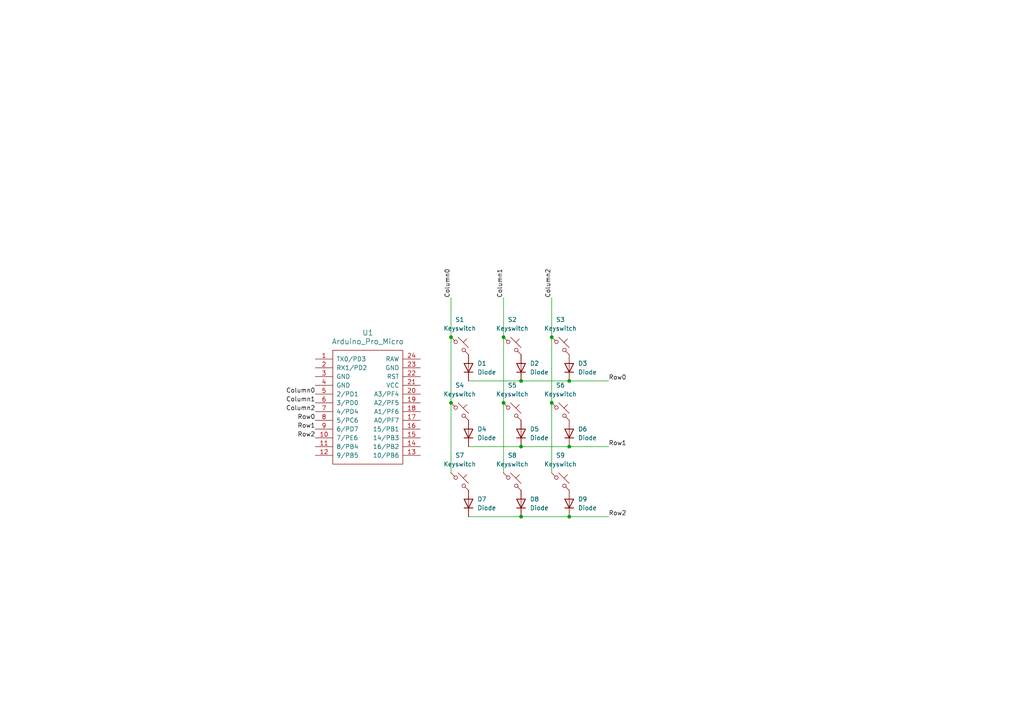
<source format=kicad_sch>
(kicad_sch (version 20230121) (generator eeschema)

  (uuid dbb9b74c-fc6c-436d-aeba-9e9b86c1ad03)

  (paper "A4")

  (lib_symbols
    (symbol "ScottoKeebs:MCU_Arduino_Pro_Micro" (pin_names (offset 1.016)) (in_bom yes) (on_board yes)
      (property "Reference" "U" (at 0 0 0)
        (effects (font (size 1.524 1.524)))
      )
      (property "Value" "Arduino_Pro_Micro" (at 0 -19.05 0)
        (effects (font (size 1.524 1.524)))
      )
      (property "Footprint" "ScottoKeebs_MCU:Arduino_Pro_Micro" (at 0 -22.86 0)
        (effects (font (size 1.524 1.524)) hide)
      )
      (property "Datasheet" "" (at 26.67 -63.5 90)
        (effects (font (size 1.524 1.524)) hide)
      )
      (symbol "MCU_Arduino_Pro_Micro_0_1"
        (rectangle (start -10.16 16.51) (end 10.16 -16.51)
          (stroke (width 0) (type solid))
          (fill (type none))
        )
      )
      (symbol "MCU_Arduino_Pro_Micro_1_1"
        (pin input line (at -15.24 13.97 0) (length 5.08)
          (name "TX0/PD3" (effects (font (size 1.27 1.27))))
          (number "1" (effects (font (size 1.27 1.27))))
        )
        (pin input line (at -15.24 -8.89 0) (length 5.08)
          (name "7/PE6" (effects (font (size 1.27 1.27))))
          (number "10" (effects (font (size 1.27 1.27))))
        )
        (pin input line (at -15.24 -11.43 0) (length 5.08)
          (name "8/PB4" (effects (font (size 1.27 1.27))))
          (number "11" (effects (font (size 1.27 1.27))))
        )
        (pin input line (at -15.24 -13.97 0) (length 5.08)
          (name "9/PB5" (effects (font (size 1.27 1.27))))
          (number "12" (effects (font (size 1.27 1.27))))
        )
        (pin input line (at 15.24 -13.97 180) (length 5.08)
          (name "10/PB6" (effects (font (size 1.27 1.27))))
          (number "13" (effects (font (size 1.27 1.27))))
        )
        (pin input line (at 15.24 -11.43 180) (length 5.08)
          (name "16/PB2" (effects (font (size 1.27 1.27))))
          (number "14" (effects (font (size 1.27 1.27))))
        )
        (pin input line (at 15.24 -8.89 180) (length 5.08)
          (name "14/PB3" (effects (font (size 1.27 1.27))))
          (number "15" (effects (font (size 1.27 1.27))))
        )
        (pin input line (at 15.24 -6.35 180) (length 5.08)
          (name "15/PB1" (effects (font (size 1.27 1.27))))
          (number "16" (effects (font (size 1.27 1.27))))
        )
        (pin input line (at 15.24 -3.81 180) (length 5.08)
          (name "A0/PF7" (effects (font (size 1.27 1.27))))
          (number "17" (effects (font (size 1.27 1.27))))
        )
        (pin input line (at 15.24 -1.27 180) (length 5.08)
          (name "A1/PF6" (effects (font (size 1.27 1.27))))
          (number "18" (effects (font (size 1.27 1.27))))
        )
        (pin input line (at 15.24 1.27 180) (length 5.08)
          (name "A2/PF5" (effects (font (size 1.27 1.27))))
          (number "19" (effects (font (size 1.27 1.27))))
        )
        (pin input line (at -15.24 11.43 0) (length 5.08)
          (name "RX1/PD2" (effects (font (size 1.27 1.27))))
          (number "2" (effects (font (size 1.27 1.27))))
        )
        (pin input line (at 15.24 3.81 180) (length 5.08)
          (name "A3/PF4" (effects (font (size 1.27 1.27))))
          (number "20" (effects (font (size 1.27 1.27))))
        )
        (pin input line (at 15.24 6.35 180) (length 5.08)
          (name "VCC" (effects (font (size 1.27 1.27))))
          (number "21" (effects (font (size 1.27 1.27))))
        )
        (pin input line (at 15.24 8.89 180) (length 5.08)
          (name "RST" (effects (font (size 1.27 1.27))))
          (number "22" (effects (font (size 1.27 1.27))))
        )
        (pin input line (at 15.24 11.43 180) (length 5.08)
          (name "GND" (effects (font (size 1.27 1.27))))
          (number "23" (effects (font (size 1.27 1.27))))
        )
        (pin input line (at 15.24 13.97 180) (length 5.08)
          (name "RAW" (effects (font (size 1.27 1.27))))
          (number "24" (effects (font (size 1.27 1.27))))
        )
        (pin input line (at -15.24 8.89 0) (length 5.08)
          (name "GND" (effects (font (size 1.27 1.27))))
          (number "3" (effects (font (size 1.27 1.27))))
        )
        (pin input line (at -15.24 6.35 0) (length 5.08)
          (name "GND" (effects (font (size 1.27 1.27))))
          (number "4" (effects (font (size 1.27 1.27))))
        )
        (pin input line (at -15.24 3.81 0) (length 5.08)
          (name "2/PD1" (effects (font (size 1.27 1.27))))
          (number "5" (effects (font (size 1.27 1.27))))
        )
        (pin input line (at -15.24 1.27 0) (length 5.08)
          (name "3/PD0" (effects (font (size 1.27 1.27))))
          (number "6" (effects (font (size 1.27 1.27))))
        )
        (pin input line (at -15.24 -1.27 0) (length 5.08)
          (name "4/PD4" (effects (font (size 1.27 1.27))))
          (number "7" (effects (font (size 1.27 1.27))))
        )
        (pin input line (at -15.24 -3.81 0) (length 5.08)
          (name "5/PC6" (effects (font (size 1.27 1.27))))
          (number "8" (effects (font (size 1.27 1.27))))
        )
        (pin input line (at -15.24 -6.35 0) (length 5.08)
          (name "6/PD7" (effects (font (size 1.27 1.27))))
          (number "9" (effects (font (size 1.27 1.27))))
        )
      )
    )
    (symbol "ScottoKeebs:Placeholder_Diode" (pin_numbers hide) (pin_names hide) (in_bom yes) (on_board yes)
      (property "Reference" "D" (at 0 2.54 0)
        (effects (font (size 1.27 1.27)))
      )
      (property "Value" "Diode" (at 0 -2.54 0)
        (effects (font (size 1.27 1.27)))
      )
      (property "Footprint" "" (at 0 0 0)
        (effects (font (size 1.27 1.27)) hide)
      )
      (property "Datasheet" "" (at 0 0 0)
        (effects (font (size 1.27 1.27)) hide)
      )
      (property "Sim.Device" "D" (at 0 0 0)
        (effects (font (size 1.27 1.27)) hide)
      )
      (property "Sim.Pins" "1=K 2=A" (at 0 0 0)
        (effects (font (size 1.27 1.27)) hide)
      )
      (property "ki_keywords" "diode" (at 0 0 0)
        (effects (font (size 1.27 1.27)) hide)
      )
      (property "ki_description" "1N4148 (DO-35) or 1N4148W (SOD-123)" (at 0 0 0)
        (effects (font (size 1.27 1.27)) hide)
      )
      (property "ki_fp_filters" "D*DO?35*" (at 0 0 0)
        (effects (font (size 1.27 1.27)) hide)
      )
      (symbol "Placeholder_Diode_0_1"
        (polyline
          (pts
            (xy -1.27 1.27)
            (xy -1.27 -1.27)
          )
          (stroke (width 0.254) (type default))
          (fill (type none))
        )
        (polyline
          (pts
            (xy 1.27 0)
            (xy -1.27 0)
          )
          (stroke (width 0) (type default))
          (fill (type none))
        )
        (polyline
          (pts
            (xy 1.27 1.27)
            (xy 1.27 -1.27)
            (xy -1.27 0)
            (xy 1.27 1.27)
          )
          (stroke (width 0.254) (type default))
          (fill (type none))
        )
      )
      (symbol "Placeholder_Diode_1_1"
        (pin passive line (at -3.81 0 0) (length 2.54)
          (name "K" (effects (font (size 1.27 1.27))))
          (number "1" (effects (font (size 1.27 1.27))))
        )
        (pin passive line (at 3.81 0 180) (length 2.54)
          (name "A" (effects (font (size 1.27 1.27))))
          (number "2" (effects (font (size 1.27 1.27))))
        )
      )
    )
    (symbol "ScottoKeebs:Placeholder_Keyswitch" (pin_numbers hide) (pin_names (offset 1.016) hide) (in_bom yes) (on_board yes)
      (property "Reference" "S" (at 3.048 1.016 0)
        (effects (font (size 1.27 1.27)) (justify left))
      )
      (property "Value" "Keyswitch" (at 0 -3.81 0)
        (effects (font (size 1.27 1.27)))
      )
      (property "Footprint" "" (at 0 0 0)
        (effects (font (size 1.27 1.27)) hide)
      )
      (property "Datasheet" "~" (at 0 0 0)
        (effects (font (size 1.27 1.27)) hide)
      )
      (property "ki_keywords" "switch normally-open pushbutton push-button" (at 0 0 0)
        (effects (font (size 1.27 1.27)) hide)
      )
      (property "ki_description" "Push button switch, normally open, two pins, 45° tilted" (at 0 0 0)
        (effects (font (size 1.27 1.27)) hide)
      )
      (symbol "Placeholder_Keyswitch_0_1"
        (circle (center -1.1684 1.1684) (radius 0.508)
          (stroke (width 0) (type default))
          (fill (type none))
        )
        (polyline
          (pts
            (xy -0.508 2.54)
            (xy 2.54 -0.508)
          )
          (stroke (width 0) (type default))
          (fill (type none))
        )
        (polyline
          (pts
            (xy 1.016 1.016)
            (xy 2.032 2.032)
          )
          (stroke (width 0) (type default))
          (fill (type none))
        )
        (polyline
          (pts
            (xy -2.54 2.54)
            (xy -1.524 1.524)
            (xy -1.524 1.524)
          )
          (stroke (width 0) (type default))
          (fill (type none))
        )
        (polyline
          (pts
            (xy 1.524 -1.524)
            (xy 2.54 -2.54)
            (xy 2.54 -2.54)
            (xy 2.54 -2.54)
          )
          (stroke (width 0) (type default))
          (fill (type none))
        )
        (circle (center 1.143 -1.1938) (radius 0.508)
          (stroke (width 0) (type default))
          (fill (type none))
        )
        (pin passive line (at -2.54 2.54 0) (length 0)
          (name "1" (effects (font (size 1.27 1.27))))
          (number "1" (effects (font (size 1.27 1.27))))
        )
        (pin passive line (at 2.54 -2.54 180) (length 0)
          (name "2" (effects (font (size 1.27 1.27))))
          (number "2" (effects (font (size 1.27 1.27))))
        )
      )
    )
  )

  (junction (at 146.05 116.84) (diameter 0) (color 0 0 0 0)
    (uuid 036acc85-1632-436c-b3ab-a360923ef6b4)
  )
  (junction (at 146.05 97.79) (diameter 0) (color 0 0 0 0)
    (uuid 0d2cf904-1263-4d5e-b1e3-557941bc19c8)
  )
  (junction (at 151.13 149.86) (diameter 0) (color 0 0 0 0)
    (uuid 2370193d-ce1b-4928-93c3-9520b090c08c)
  )
  (junction (at 151.13 129.54) (diameter 0) (color 0 0 0 0)
    (uuid 3fc022d5-6ff6-41fa-a0fe-3fded9aa2ce5)
  )
  (junction (at 160.02 116.84) (diameter 0) (color 0 0 0 0)
    (uuid 51f66292-a465-4272-85e9-4f9e9be89ebd)
  )
  (junction (at 130.81 116.84) (diameter 0) (color 0 0 0 0)
    (uuid 59a60104-2dce-4714-9028-e97b599f3ae2)
  )
  (junction (at 160.02 97.79) (diameter 0) (color 0 0 0 0)
    (uuid 72544c62-9a6c-4662-aff9-de0eab67140a)
  )
  (junction (at 165.1 149.86) (diameter 0) (color 0 0 0 0)
    (uuid 86f8bfde-7363-4e56-a120-2b23713efe3a)
  )
  (junction (at 165.1 129.54) (diameter 0) (color 0 0 0 0)
    (uuid cce5e0b4-59d5-4209-ac5f-c292393ed776)
  )
  (junction (at 151.13 110.49) (diameter 0) (color 0 0 0 0)
    (uuid df938e98-1a88-4014-a99b-29620bb55432)
  )
  (junction (at 165.1 110.49) (diameter 0) (color 0 0 0 0)
    (uuid eb44f872-28a1-46c8-b28d-9114358395a0)
  )
  (junction (at 130.81 97.79) (diameter 0) (color 0 0 0 0)
    (uuid fc71149c-65e4-450e-b015-2c905fdb02a3)
  )

  (wire (pts (xy 146.05 97.79) (xy 146.05 86.36))
    (stroke (width 0) (type default))
    (uuid 1cc23210-75a1-44cb-81ea-dfc8848bcd37)
  )
  (wire (pts (xy 135.89 129.54) (xy 151.13 129.54))
    (stroke (width 0) (type default))
    (uuid 21afe32a-2fa5-4c63-9cd4-c5ad719f0bbe)
  )
  (wire (pts (xy 146.05 97.79) (xy 146.05 116.84))
    (stroke (width 0) (type default))
    (uuid 3304a461-12e2-4573-a3af-875fdb593564)
  )
  (wire (pts (xy 130.81 116.84) (xy 130.81 137.16))
    (stroke (width 0) (type default))
    (uuid 3a2c9e6d-ca54-41a6-9972-a899a7320d35)
  )
  (wire (pts (xy 151.13 149.86) (xy 165.1 149.86))
    (stroke (width 0) (type default))
    (uuid 65cc37c5-1a35-4671-93d7-75a6f0072bb5)
  )
  (wire (pts (xy 151.13 129.54) (xy 165.1 129.54))
    (stroke (width 0) (type default))
    (uuid 6ebb2663-0ada-4876-b98d-cfa1e1b69860)
  )
  (wire (pts (xy 130.81 97.79) (xy 130.81 86.36))
    (stroke (width 0) (type default))
    (uuid 74f5429e-bd97-4385-b37c-44d7b0ad5be3)
  )
  (wire (pts (xy 160.02 116.84) (xy 160.02 137.16))
    (stroke (width 0) (type default))
    (uuid 895f1f39-aaa8-476a-95f7-8016095e85d7)
  )
  (wire (pts (xy 160.02 97.79) (xy 160.02 86.36))
    (stroke (width 0) (type default))
    (uuid 95488a30-8ed1-4d5f-b1db-a76a638b4ff6)
  )
  (wire (pts (xy 135.89 110.49) (xy 151.13 110.49))
    (stroke (width 0) (type default))
    (uuid 9c6dfad2-896a-4d72-8ae7-d78cc52aadcb)
  )
  (wire (pts (xy 165.1 129.54) (xy 176.53 129.54))
    (stroke (width 0) (type default))
    (uuid a608904c-f0c6-417c-8e0d-440ee579c5c7)
  )
  (wire (pts (xy 160.02 97.79) (xy 160.02 116.84))
    (stroke (width 0) (type default))
    (uuid a6a35bb4-8149-4083-8339-2433cc7378af)
  )
  (wire (pts (xy 165.1 149.86) (xy 176.53 149.86))
    (stroke (width 0) (type default))
    (uuid c83bf747-7af7-43a4-942a-36ecc03946f5)
  )
  (wire (pts (xy 146.05 116.84) (xy 146.05 137.16))
    (stroke (width 0) (type default))
    (uuid da2b510a-1bbd-4bd8-992c-d81fca90af98)
  )
  (wire (pts (xy 130.81 97.79) (xy 130.81 116.84))
    (stroke (width 0) (type default))
    (uuid db08eae4-96d3-46b0-a8c6-0e357eb74459)
  )
  (wire (pts (xy 135.89 149.86) (xy 151.13 149.86))
    (stroke (width 0) (type default))
    (uuid e5b34e70-ae1a-474a-b9f0-058eea676d98)
  )
  (wire (pts (xy 151.13 110.49) (xy 165.1 110.49))
    (stroke (width 0) (type default))
    (uuid e8d03d7b-09e5-4ad6-ab9b-5b1c5537614d)
  )
  (wire (pts (xy 165.1 110.49) (xy 176.53 110.49))
    (stroke (width 0) (type default))
    (uuid eb1af491-5c23-4a94-b638-a9c7991a51af)
  )

  (label "Row0" (at 176.53 110.49 0) (fields_autoplaced)
    (effects (font (size 1.27 1.27)) (justify left bottom))
    (uuid 15450740-53d5-4bde-83bf-6e6035516818)
  )
  (label "Row2" (at 176.53 149.86 0) (fields_autoplaced)
    (effects (font (size 1.27 1.27)) (justify left bottom))
    (uuid 1619afaa-8037-4e83-abb4-95fc15e6af60)
  )
  (label "Row1" (at 176.53 129.54 0) (fields_autoplaced)
    (effects (font (size 1.27 1.27)) (justify left bottom))
    (uuid 2830a569-c634-46a7-aab8-bbd35812894a)
  )
  (label "Row0" (at 91.44 121.92 180) (fields_autoplaced)
    (effects (font (size 1.27 1.27)) (justify right bottom))
    (uuid 32ce203e-a992-474d-97c4-f9c3b1930c7f)
  )
  (label "Column1" (at 91.44 116.84 180) (fields_autoplaced)
    (effects (font (size 1.27 1.27)) (justify right bottom))
    (uuid 691ccf22-9303-4823-a1f6-5fd165e87062)
  )
  (label "Row1" (at 91.44 124.46 180) (fields_autoplaced)
    (effects (font (size 1.27 1.27)) (justify right bottom))
    (uuid 81b5821a-4178-4e20-aa2d-7ec5a2703d89)
  )
  (label "Column2" (at 91.44 119.38 180) (fields_autoplaced)
    (effects (font (size 1.27 1.27)) (justify right bottom))
    (uuid 9012bb45-9686-41e3-8b4d-0abca1dcf935)
  )
  (label "Column0" (at 130.81 86.36 90) (fields_autoplaced)
    (effects (font (size 1.27 1.27)) (justify left bottom))
    (uuid 9dd1d32a-ad2d-402b-a2f2-600d79ac005e)
  )
  (label "Column0" (at 91.44 114.3 180) (fields_autoplaced)
    (effects (font (size 1.27 1.27)) (justify right bottom))
    (uuid c01da5ce-c5f3-45af-a58f-56a4774edd9d)
  )
  (label "Column2" (at 160.02 86.36 90) (fields_autoplaced)
    (effects (font (size 1.27 1.27)) (justify left bottom))
    (uuid efc9c2d9-5d23-469f-8d6f-d00f1a1c2360)
  )
  (label "Column1" (at 146.05 86.36 90) (fields_autoplaced)
    (effects (font (size 1.27 1.27)) (justify left bottom))
    (uuid f7085c56-011d-40ec-8fbe-0c236f7a11ce)
  )
  (label "Row2" (at 91.44 127 180) (fields_autoplaced)
    (effects (font (size 1.27 1.27)) (justify right bottom))
    (uuid fe0cb9bb-ab8c-4ee9-9179-abf4ca294223)
  )

  (symbol (lib_id "ScottoKeebs:Placeholder_Keyswitch") (at 162.56 119.38 0) (unit 1)
    (in_bom yes) (on_board yes) (dnp no) (fields_autoplaced)
    (uuid 03488527-89a5-4472-8597-37a1f1b9981a)
    (property "Reference" "S6" (at 162.56 111.76 0)
      (effects (font (size 1.27 1.27)))
    )
    (property "Value" "Keyswitch" (at 162.56 114.3 0)
      (effects (font (size 1.27 1.27)))
    )
    (property "Footprint" "ScottoKeebs_MX:MX_PCB_1.00u" (at 162.56 119.38 0)
      (effects (font (size 1.27 1.27)) hide)
    )
    (property "Datasheet" "~" (at 162.56 119.38 0)
      (effects (font (size 1.27 1.27)) hide)
    )
    (pin "1" (uuid 1d9914ad-aa10-4916-9a7e-ee4cafed3eb3))
    (pin "2" (uuid f85b625b-4172-4dab-8904-9b7e67af2e2f))
    (instances
      (project "KeyboardPractice"
        (path "/dbb9b74c-fc6c-436d-aeba-9e9b86c1ad03"
          (reference "S6") (unit 1)
        )
      )
    )
  )

  (symbol (lib_id "ScottoKeebs:Placeholder_Diode") (at 135.89 106.68 90) (unit 1)
    (in_bom yes) (on_board yes) (dnp no) (fields_autoplaced)
    (uuid 2d822eeb-ff97-48ef-a8b2-bacf32af0836)
    (property "Reference" "D1" (at 138.43 105.41 90)
      (effects (font (size 1.27 1.27)) (justify right))
    )
    (property "Value" "Diode" (at 138.43 107.95 90)
      (effects (font (size 1.27 1.27)) (justify right))
    )
    (property "Footprint" "ScottoKeebs_Components:Diode_DO-35" (at 135.89 106.68 0)
      (effects (font (size 1.27 1.27)) hide)
    )
    (property "Datasheet" "" (at 135.89 106.68 0)
      (effects (font (size 1.27 1.27)) hide)
    )
    (property "Sim.Device" "D" (at 135.89 106.68 0)
      (effects (font (size 1.27 1.27)) hide)
    )
    (property "Sim.Pins" "1=K 2=A" (at 135.89 106.68 0)
      (effects (font (size 1.27 1.27)) hide)
    )
    (pin "2" (uuid c92d7f4e-aef5-4cc8-9073-e60847efbef1))
    (pin "1" (uuid ed54dbe2-3bdb-4d44-b6ef-f3b26ed4487a))
    (instances
      (project "KeyboardPractice"
        (path "/dbb9b74c-fc6c-436d-aeba-9e9b86c1ad03"
          (reference "D1") (unit 1)
        )
      )
    )
  )

  (symbol (lib_id "ScottoKeebs:Placeholder_Keyswitch") (at 148.59 119.38 0) (unit 1)
    (in_bom yes) (on_board yes) (dnp no) (fields_autoplaced)
    (uuid 3237394a-0ab3-4438-9614-717d3536457d)
    (property "Reference" "S5" (at 148.59 111.76 0)
      (effects (font (size 1.27 1.27)))
    )
    (property "Value" "Keyswitch" (at 148.59 114.3 0)
      (effects (font (size 1.27 1.27)))
    )
    (property "Footprint" "ScottoKeebs_MX:MX_PCB_1.00u" (at 148.59 119.38 0)
      (effects (font (size 1.27 1.27)) hide)
    )
    (property "Datasheet" "~" (at 148.59 119.38 0)
      (effects (font (size 1.27 1.27)) hide)
    )
    (pin "1" (uuid 04aa91b4-0997-4946-b099-00172b872087))
    (pin "2" (uuid 2d152690-00c6-4909-af05-f640abb69822))
    (instances
      (project "KeyboardPractice"
        (path "/dbb9b74c-fc6c-436d-aeba-9e9b86c1ad03"
          (reference "S5") (unit 1)
        )
      )
    )
  )

  (symbol (lib_id "ScottoKeebs:Placeholder_Keyswitch") (at 162.56 100.33 0) (unit 1)
    (in_bom yes) (on_board yes) (dnp no) (fields_autoplaced)
    (uuid 35ce64a1-1801-4439-a640-cde870eff7b6)
    (property "Reference" "S3" (at 162.56 92.71 0)
      (effects (font (size 1.27 1.27)))
    )
    (property "Value" "Keyswitch" (at 162.56 95.25 0)
      (effects (font (size 1.27 1.27)))
    )
    (property "Footprint" "ScottoKeebs_MX:MX_PCB_1.00u" (at 162.56 100.33 0)
      (effects (font (size 1.27 1.27)) hide)
    )
    (property "Datasheet" "~" (at 162.56 100.33 0)
      (effects (font (size 1.27 1.27)) hide)
    )
    (pin "1" (uuid 52ef57d3-258f-4d3b-82bb-0644a0ea1db9))
    (pin "2" (uuid 3f7a4d0b-fd53-4be6-aa4a-c7adc05b37b0))
    (instances
      (project "KeyboardPractice"
        (path "/dbb9b74c-fc6c-436d-aeba-9e9b86c1ad03"
          (reference "S3") (unit 1)
        )
      )
    )
  )

  (symbol (lib_id "ScottoKeebs:Placeholder_Keyswitch") (at 133.35 139.7 0) (unit 1)
    (in_bom yes) (on_board yes) (dnp no) (fields_autoplaced)
    (uuid 3a617ef1-6a6c-4809-92d2-58d52874fb5f)
    (property "Reference" "S7" (at 133.35 132.08 0)
      (effects (font (size 1.27 1.27)))
    )
    (property "Value" "Keyswitch" (at 133.35 134.62 0)
      (effects (font (size 1.27 1.27)))
    )
    (property "Footprint" "ScottoKeebs_MX:MX_PCB_1.00u" (at 133.35 139.7 0)
      (effects (font (size 1.27 1.27)) hide)
    )
    (property "Datasheet" "~" (at 133.35 139.7 0)
      (effects (font (size 1.27 1.27)) hide)
    )
    (pin "1" (uuid 8ab1ce03-0aec-4f2b-a61f-b4627885a645))
    (pin "2" (uuid ff17c6ad-21aa-4a23-9005-47d0df883e3e))
    (instances
      (project "KeyboardPractice"
        (path "/dbb9b74c-fc6c-436d-aeba-9e9b86c1ad03"
          (reference "S7") (unit 1)
        )
      )
    )
  )

  (symbol (lib_id "ScottoKeebs:Placeholder_Keyswitch") (at 133.35 100.33 0) (unit 1)
    (in_bom yes) (on_board yes) (dnp no) (fields_autoplaced)
    (uuid 5106946e-fa7d-440c-aa6c-903757954c0a)
    (property "Reference" "S1" (at 133.35 92.71 0)
      (effects (font (size 1.27 1.27)))
    )
    (property "Value" "Keyswitch" (at 133.35 95.25 0)
      (effects (font (size 1.27 1.27)))
    )
    (property "Footprint" "ScottoKeebs_MX:MX_PCB_1.00u" (at 133.35 100.33 0)
      (effects (font (size 1.27 1.27)) hide)
    )
    (property "Datasheet" "~" (at 133.35 100.33 0)
      (effects (font (size 1.27 1.27)) hide)
    )
    (pin "1" (uuid 7a391e66-0510-40d9-bce6-f0002cd41ac4))
    (pin "2" (uuid be23a93b-d6d7-4c3c-85d5-a963ff8414f2))
    (instances
      (project "KeyboardPractice"
        (path "/dbb9b74c-fc6c-436d-aeba-9e9b86c1ad03"
          (reference "S1") (unit 1)
        )
      )
    )
  )

  (symbol (lib_id "ScottoKeebs:MCU_Arduino_Pro_Micro") (at 106.68 118.11 0) (unit 1)
    (in_bom yes) (on_board yes) (dnp no) (fields_autoplaced)
    (uuid 5bad60ee-4e04-4e8f-9d68-784b2352aad5)
    (property "Reference" "U1" (at 106.68 96.52 0)
      (effects (font (size 1.524 1.524)))
    )
    (property "Value" "Arduino_Pro_Micro" (at 106.68 99.06 0)
      (effects (font (size 1.524 1.524)))
    )
    (property "Footprint" "ScottoKeebs_MCU:Arduino_Pro_Micro" (at 106.68 140.97 0)
      (effects (font (size 1.524 1.524)) hide)
    )
    (property "Datasheet" "" (at 133.35 181.61 90)
      (effects (font (size 1.524 1.524)) hide)
    )
    (pin "4" (uuid fef21a1b-f34a-490d-97a8-86e510a978ea))
    (pin "15" (uuid 8cd1e534-37a8-4884-9bf1-5fcd7ff4819f))
    (pin "24" (uuid 8f098c2d-e5a5-44ce-9ad2-4e2356428d30))
    (pin "3" (uuid 55603441-e121-474b-a234-df0cf755574a))
    (pin "1" (uuid 10a14d1d-a373-47e8-b4b4-760b86f1018b))
    (pin "5" (uuid 4f1a1f03-f029-4013-a3fd-769a66f9b281))
    (pin "17" (uuid 928e4980-0e0c-477a-a44d-69244fb19bb8))
    (pin "6" (uuid 8cd08f63-c5e1-45e2-9ab5-475b3e5ec311))
    (pin "7" (uuid 34b6c9a3-6503-4ca0-a9da-f337d457968c))
    (pin "13" (uuid e677998d-2cf1-4839-a457-304d809d6c49))
    (pin "14" (uuid 903c82c3-cf6c-4df6-b080-2d2afcab6ca5))
    (pin "2" (uuid 77630f5c-0c7d-49ec-9ab0-7d473f085f02))
    (pin "11" (uuid e78f0669-818a-4664-b271-78c86ad653ae))
    (pin "10" (uuid 993f6cf1-badf-48da-90da-a8f7f4950ea4))
    (pin "18" (uuid 7e639d71-47ac-41ae-8ddd-b94969c9cc9f))
    (pin "19" (uuid 3dc1291d-d7e0-46f1-8862-03e8f894f752))
    (pin "21" (uuid a93b0553-70c4-4fbf-a368-11d890b80feb))
    (pin "12" (uuid cc8d19d7-d3b4-40ca-93ee-fa2904766e87))
    (pin "16" (uuid 20baf1ab-3310-4142-83fe-2d3a28497888))
    (pin "22" (uuid 4885ac46-a42a-4cd5-b9ba-14342f241c8a))
    (pin "23" (uuid 17b4daba-be20-495b-84d8-af958e389e21))
    (pin "20" (uuid 56dfdc60-6ed6-4030-9585-f9253c456c97))
    (pin "8" (uuid bd811c87-a44d-42a3-94ba-6e5d699bcbba))
    (pin "9" (uuid be8589b6-bdd5-4d13-ac70-9ac16d862e02))
    (instances
      (project "KeyboardPractice"
        (path "/dbb9b74c-fc6c-436d-aeba-9e9b86c1ad03"
          (reference "U1") (unit 1)
        )
      )
    )
  )

  (symbol (lib_id "ScottoKeebs:Placeholder_Diode") (at 151.13 106.68 90) (unit 1)
    (in_bom yes) (on_board yes) (dnp no) (fields_autoplaced)
    (uuid 5bada597-46ed-4d86-a525-a5eb1603d44b)
    (property "Reference" "D2" (at 153.67 105.41 90)
      (effects (font (size 1.27 1.27)) (justify right))
    )
    (property "Value" "Diode" (at 153.67 107.95 90)
      (effects (font (size 1.27 1.27)) (justify right))
    )
    (property "Footprint" "ScottoKeebs_Components:Diode_DO-35" (at 151.13 106.68 0)
      (effects (font (size 1.27 1.27)) hide)
    )
    (property "Datasheet" "" (at 151.13 106.68 0)
      (effects (font (size 1.27 1.27)) hide)
    )
    (property "Sim.Device" "D" (at 151.13 106.68 0)
      (effects (font (size 1.27 1.27)) hide)
    )
    (property "Sim.Pins" "1=K 2=A" (at 151.13 106.68 0)
      (effects (font (size 1.27 1.27)) hide)
    )
    (pin "2" (uuid f03c2ab1-4e4d-43ef-89b3-4ae0be551540))
    (pin "1" (uuid 3c27253b-0461-4e92-a394-769cd6922e43))
    (instances
      (project "KeyboardPractice"
        (path "/dbb9b74c-fc6c-436d-aeba-9e9b86c1ad03"
          (reference "D2") (unit 1)
        )
      )
    )
  )

  (symbol (lib_id "ScottoKeebs:Placeholder_Diode") (at 135.89 146.05 90) (unit 1)
    (in_bom yes) (on_board yes) (dnp no) (fields_autoplaced)
    (uuid 7ea395b5-fcf4-4d03-bbbb-b093051cc060)
    (property "Reference" "D7" (at 138.43 144.78 90)
      (effects (font (size 1.27 1.27)) (justify right))
    )
    (property "Value" "Diode" (at 138.43 147.32 90)
      (effects (font (size 1.27 1.27)) (justify right))
    )
    (property "Footprint" "ScottoKeebs_Components:Diode_DO-35" (at 135.89 146.05 0)
      (effects (font (size 1.27 1.27)) hide)
    )
    (property "Datasheet" "" (at 135.89 146.05 0)
      (effects (font (size 1.27 1.27)) hide)
    )
    (property "Sim.Device" "D" (at 135.89 146.05 0)
      (effects (font (size 1.27 1.27)) hide)
    )
    (property "Sim.Pins" "1=K 2=A" (at 135.89 146.05 0)
      (effects (font (size 1.27 1.27)) hide)
    )
    (pin "2" (uuid c9c4dc6c-0bb3-486f-a75c-5ca6498b76c8))
    (pin "1" (uuid 35d4dedb-672b-45b1-bb87-992a0f388699))
    (instances
      (project "KeyboardPractice"
        (path "/dbb9b74c-fc6c-436d-aeba-9e9b86c1ad03"
          (reference "D7") (unit 1)
        )
      )
    )
  )

  (symbol (lib_id "ScottoKeebs:Placeholder_Keyswitch") (at 133.35 119.38 0) (unit 1)
    (in_bom yes) (on_board yes) (dnp no) (fields_autoplaced)
    (uuid 82bd49ff-bb49-4da0-b2de-b446152dcc44)
    (property "Reference" "S4" (at 133.35 111.76 0)
      (effects (font (size 1.27 1.27)))
    )
    (property "Value" "Keyswitch" (at 133.35 114.3 0)
      (effects (font (size 1.27 1.27)))
    )
    (property "Footprint" "ScottoKeebs_MX:MX_PCB_1.00u" (at 133.35 119.38 0)
      (effects (font (size 1.27 1.27)) hide)
    )
    (property "Datasheet" "~" (at 133.35 119.38 0)
      (effects (font (size 1.27 1.27)) hide)
    )
    (pin "1" (uuid 28f83bd8-b9d9-4806-83ce-caa956bb62b4))
    (pin "2" (uuid abe05bbb-b48f-46d0-99c0-4366448860ac))
    (instances
      (project "KeyboardPractice"
        (path "/dbb9b74c-fc6c-436d-aeba-9e9b86c1ad03"
          (reference "S4") (unit 1)
        )
      )
    )
  )

  (symbol (lib_id "ScottoKeebs:Placeholder_Diode") (at 151.13 146.05 90) (unit 1)
    (in_bom yes) (on_board yes) (dnp no) (fields_autoplaced)
    (uuid 842d8092-fd68-48da-8f22-b8bd6b90130e)
    (property "Reference" "D8" (at 153.67 144.78 90)
      (effects (font (size 1.27 1.27)) (justify right))
    )
    (property "Value" "Diode" (at 153.67 147.32 90)
      (effects (font (size 1.27 1.27)) (justify right))
    )
    (property "Footprint" "ScottoKeebs_Components:Diode_DO-35" (at 151.13 146.05 0)
      (effects (font (size 1.27 1.27)) hide)
    )
    (property "Datasheet" "" (at 151.13 146.05 0)
      (effects (font (size 1.27 1.27)) hide)
    )
    (property "Sim.Device" "D" (at 151.13 146.05 0)
      (effects (font (size 1.27 1.27)) hide)
    )
    (property "Sim.Pins" "1=K 2=A" (at 151.13 146.05 0)
      (effects (font (size 1.27 1.27)) hide)
    )
    (pin "2" (uuid c0f02b8b-45c2-46f9-8e4e-d1064d747de7))
    (pin "1" (uuid 1fa72cc7-d491-41cc-b6e7-3fd3af817e78))
    (instances
      (project "KeyboardPractice"
        (path "/dbb9b74c-fc6c-436d-aeba-9e9b86c1ad03"
          (reference "D8") (unit 1)
        )
      )
    )
  )

  (symbol (lib_id "ScottoKeebs:Placeholder_Diode") (at 135.89 125.73 90) (unit 1)
    (in_bom yes) (on_board yes) (dnp no) (fields_autoplaced)
    (uuid 8c1a09eb-14ac-4432-ac2d-44fd7e9e463d)
    (property "Reference" "D4" (at 138.43 124.46 90)
      (effects (font (size 1.27 1.27)) (justify right))
    )
    (property "Value" "Diode" (at 138.43 127 90)
      (effects (font (size 1.27 1.27)) (justify right))
    )
    (property "Footprint" "ScottoKeebs_Components:Diode_DO-35" (at 135.89 125.73 0)
      (effects (font (size 1.27 1.27)) hide)
    )
    (property "Datasheet" "" (at 135.89 125.73 0)
      (effects (font (size 1.27 1.27)) hide)
    )
    (property "Sim.Device" "D" (at 135.89 125.73 0)
      (effects (font (size 1.27 1.27)) hide)
    )
    (property "Sim.Pins" "1=K 2=A" (at 135.89 125.73 0)
      (effects (font (size 1.27 1.27)) hide)
    )
    (pin "2" (uuid d5fec13e-473b-4b49-a7b9-d4b9be0da768))
    (pin "1" (uuid 0274939f-f806-4b9d-a35b-9f9a2a7621fc))
    (instances
      (project "KeyboardPractice"
        (path "/dbb9b74c-fc6c-436d-aeba-9e9b86c1ad03"
          (reference "D4") (unit 1)
        )
      )
    )
  )

  (symbol (lib_id "ScottoKeebs:Placeholder_Keyswitch") (at 148.59 100.33 0) (unit 1)
    (in_bom yes) (on_board yes) (dnp no) (fields_autoplaced)
    (uuid 924f6ea3-80f5-4210-a068-e77b7a155a72)
    (property "Reference" "S2" (at 148.59 92.71 0)
      (effects (font (size 1.27 1.27)))
    )
    (property "Value" "Keyswitch" (at 148.59 95.25 0)
      (effects (font (size 1.27 1.27)))
    )
    (property "Footprint" "ScottoKeebs_MX:MX_PCB_1.00u" (at 148.59 100.33 0)
      (effects (font (size 1.27 1.27)) hide)
    )
    (property "Datasheet" "~" (at 148.59 100.33 0)
      (effects (font (size 1.27 1.27)) hide)
    )
    (pin "1" (uuid 78c51570-49c9-4c9a-80db-67766531982c))
    (pin "2" (uuid 62e1e7ab-24d7-4842-8fe0-1af434f05ab6))
    (instances
      (project "KeyboardPractice"
        (path "/dbb9b74c-fc6c-436d-aeba-9e9b86c1ad03"
          (reference "S2") (unit 1)
        )
      )
    )
  )

  (symbol (lib_id "ScottoKeebs:Placeholder_Keyswitch") (at 148.59 139.7 0) (unit 1)
    (in_bom yes) (on_board yes) (dnp no) (fields_autoplaced)
    (uuid a992b9ff-06ef-40d1-917d-010d0c023ad3)
    (property "Reference" "S8" (at 148.59 132.08 0)
      (effects (font (size 1.27 1.27)))
    )
    (property "Value" "Keyswitch" (at 148.59 134.62 0)
      (effects (font (size 1.27 1.27)))
    )
    (property "Footprint" "ScottoKeebs_MX:MX_PCB_1.00u" (at 148.59 139.7 0)
      (effects (font (size 1.27 1.27)) hide)
    )
    (property "Datasheet" "~" (at 148.59 139.7 0)
      (effects (font (size 1.27 1.27)) hide)
    )
    (pin "1" (uuid e2191ee0-1526-403c-884f-245ed25ace8a))
    (pin "2" (uuid 85013044-ebe6-4bea-a5ea-c3d2fc1c2ec1))
    (instances
      (project "KeyboardPractice"
        (path "/dbb9b74c-fc6c-436d-aeba-9e9b86c1ad03"
          (reference "S8") (unit 1)
        )
      )
    )
  )

  (symbol (lib_id "ScottoKeebs:Placeholder_Diode") (at 165.1 106.68 90) (unit 1)
    (in_bom yes) (on_board yes) (dnp no) (fields_autoplaced)
    (uuid b99684fc-9bff-4369-8f6e-b3ec9a0c9b31)
    (property "Reference" "D3" (at 167.64 105.41 90)
      (effects (font (size 1.27 1.27)) (justify right))
    )
    (property "Value" "Diode" (at 167.64 107.95 90)
      (effects (font (size 1.27 1.27)) (justify right))
    )
    (property "Footprint" "ScottoKeebs_Components:Diode_DO-35" (at 165.1 106.68 0)
      (effects (font (size 1.27 1.27)) hide)
    )
    (property "Datasheet" "" (at 165.1 106.68 0)
      (effects (font (size 1.27 1.27)) hide)
    )
    (property "Sim.Device" "D" (at 165.1 106.68 0)
      (effects (font (size 1.27 1.27)) hide)
    )
    (property "Sim.Pins" "1=K 2=A" (at 165.1 106.68 0)
      (effects (font (size 1.27 1.27)) hide)
    )
    (pin "2" (uuid a1bc8813-1d55-4cd3-a3e2-623d66bbcf2a))
    (pin "1" (uuid 836c2aef-3bd7-4b7c-b8f7-0c0cc757221c))
    (instances
      (project "KeyboardPractice"
        (path "/dbb9b74c-fc6c-436d-aeba-9e9b86c1ad03"
          (reference "D3") (unit 1)
        )
      )
    )
  )

  (symbol (lib_id "ScottoKeebs:Placeholder_Diode") (at 151.13 125.73 90) (unit 1)
    (in_bom yes) (on_board yes) (dnp no) (fields_autoplaced)
    (uuid c49e6402-4f8f-4640-b368-8da626975e1d)
    (property "Reference" "D5" (at 153.67 124.46 90)
      (effects (font (size 1.27 1.27)) (justify right))
    )
    (property "Value" "Diode" (at 153.67 127 90)
      (effects (font (size 1.27 1.27)) (justify right))
    )
    (property "Footprint" "ScottoKeebs_Components:Diode_DO-35" (at 151.13 125.73 0)
      (effects (font (size 1.27 1.27)) hide)
    )
    (property "Datasheet" "" (at 151.13 125.73 0)
      (effects (font (size 1.27 1.27)) hide)
    )
    (property "Sim.Device" "D" (at 151.13 125.73 0)
      (effects (font (size 1.27 1.27)) hide)
    )
    (property "Sim.Pins" "1=K 2=A" (at 151.13 125.73 0)
      (effects (font (size 1.27 1.27)) hide)
    )
    (pin "2" (uuid 4b161a74-fc6e-479f-af7e-1fd97607e972))
    (pin "1" (uuid 9711abd5-c059-4863-89fd-662516f6ba4c))
    (instances
      (project "KeyboardPractice"
        (path "/dbb9b74c-fc6c-436d-aeba-9e9b86c1ad03"
          (reference "D5") (unit 1)
        )
      )
    )
  )

  (symbol (lib_id "ScottoKeebs:Placeholder_Diode") (at 165.1 146.05 90) (unit 1)
    (in_bom yes) (on_board yes) (dnp no) (fields_autoplaced)
    (uuid d86a249d-4b9c-4d07-8784-46d3f2cf51f1)
    (property "Reference" "D9" (at 167.64 144.78 90)
      (effects (font (size 1.27 1.27)) (justify right))
    )
    (property "Value" "Diode" (at 167.64 147.32 90)
      (effects (font (size 1.27 1.27)) (justify right))
    )
    (property "Footprint" "ScottoKeebs_Components:Diode_DO-35" (at 165.1 146.05 0)
      (effects (font (size 1.27 1.27)) hide)
    )
    (property "Datasheet" "" (at 165.1 146.05 0)
      (effects (font (size 1.27 1.27)) hide)
    )
    (property "Sim.Device" "D" (at 165.1 146.05 0)
      (effects (font (size 1.27 1.27)) hide)
    )
    (property "Sim.Pins" "1=K 2=A" (at 165.1 146.05 0)
      (effects (font (size 1.27 1.27)) hide)
    )
    (pin "2" (uuid 7027adc4-7dae-4de4-a97a-0a20e849e583))
    (pin "1" (uuid 17eaaed9-b2dc-4085-90f9-b628f94b629a))
    (instances
      (project "KeyboardPractice"
        (path "/dbb9b74c-fc6c-436d-aeba-9e9b86c1ad03"
          (reference "D9") (unit 1)
        )
      )
    )
  )

  (symbol (lib_id "ScottoKeebs:Placeholder_Keyswitch") (at 162.56 139.7 0) (unit 1)
    (in_bom yes) (on_board yes) (dnp no) (fields_autoplaced)
    (uuid def414fc-ebc2-4ad4-b356-5aacaa955f1c)
    (property "Reference" "S9" (at 162.56 132.08 0)
      (effects (font (size 1.27 1.27)))
    )
    (property "Value" "Keyswitch" (at 162.56 134.62 0)
      (effects (font (size 1.27 1.27)))
    )
    (property "Footprint" "ScottoKeebs_MX:MX_PCB_1.00u" (at 162.56 139.7 0)
      (effects (font (size 1.27 1.27)) hide)
    )
    (property "Datasheet" "~" (at 162.56 139.7 0)
      (effects (font (size 1.27 1.27)) hide)
    )
    (pin "1" (uuid d2ad9f57-bb57-4224-b7d9-a45ddcc24fe1))
    (pin "2" (uuid db06c99c-a9be-46db-9846-6373b8dbbb63))
    (instances
      (project "KeyboardPractice"
        (path "/dbb9b74c-fc6c-436d-aeba-9e9b86c1ad03"
          (reference "S9") (unit 1)
        )
      )
    )
  )

  (symbol (lib_id "ScottoKeebs:Placeholder_Diode") (at 165.1 125.73 90) (unit 1)
    (in_bom yes) (on_board yes) (dnp no) (fields_autoplaced)
    (uuid eeee3eb0-8821-49ca-acb4-ff3315c6a564)
    (property "Reference" "D6" (at 167.64 124.46 90)
      (effects (font (size 1.27 1.27)) (justify right))
    )
    (property "Value" "Diode" (at 167.64 127 90)
      (effects (font (size 1.27 1.27)) (justify right))
    )
    (property "Footprint" "ScottoKeebs_Components:Diode_DO-35" (at 165.1 125.73 0)
      (effects (font (size 1.27 1.27)) hide)
    )
    (property "Datasheet" "" (at 165.1 125.73 0)
      (effects (font (size 1.27 1.27)) hide)
    )
    (property "Sim.Device" "D" (at 165.1 125.73 0)
      (effects (font (size 1.27 1.27)) hide)
    )
    (property "Sim.Pins" "1=K 2=A" (at 165.1 125.73 0)
      (effects (font (size 1.27 1.27)) hide)
    )
    (pin "2" (uuid 34ac45b5-be2e-4b6b-8e17-b0fffbb5f784))
    (pin "1" (uuid 9944beb3-89c9-43ae-bed6-3f82cd169ffa))
    (instances
      (project "KeyboardPractice"
        (path "/dbb9b74c-fc6c-436d-aeba-9e9b86c1ad03"
          (reference "D6") (unit 1)
        )
      )
    )
  )

  (sheet_instances
    (path "/" (page "1"))
  )
)

</source>
